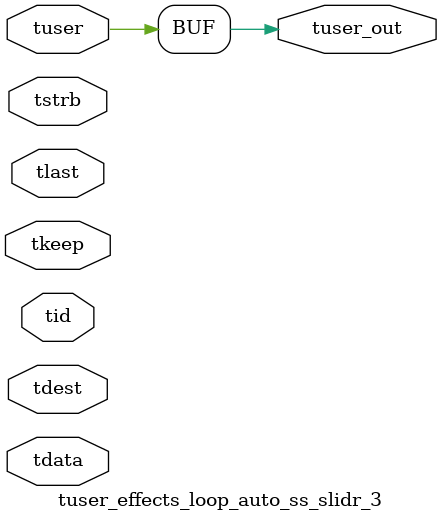
<source format=v>


`timescale 1ps/1ps

module tuser_effects_loop_auto_ss_slidr_3 #
(
parameter C_S_AXIS_TUSER_WIDTH = 1,
parameter C_S_AXIS_TDATA_WIDTH = 32,
parameter C_S_AXIS_TID_WIDTH   = 0,
parameter C_S_AXIS_TDEST_WIDTH = 0,
parameter C_M_AXIS_TUSER_WIDTH = 1
)
(
input  [(C_S_AXIS_TUSER_WIDTH == 0 ? 1 : C_S_AXIS_TUSER_WIDTH)-1:0     ] tuser,
input  [(C_S_AXIS_TDATA_WIDTH == 0 ? 1 : C_S_AXIS_TDATA_WIDTH)-1:0     ] tdata,
input  [(C_S_AXIS_TID_WIDTH   == 0 ? 1 : C_S_AXIS_TID_WIDTH)-1:0       ] tid,
input  [(C_S_AXIS_TDEST_WIDTH == 0 ? 1 : C_S_AXIS_TDEST_WIDTH)-1:0     ] tdest,
input  [(C_S_AXIS_TDATA_WIDTH/8)-1:0 ] tkeep,
input  [(C_S_AXIS_TDATA_WIDTH/8)-1:0 ] tstrb,
input                                                                    tlast,
output [C_M_AXIS_TUSER_WIDTH-1:0] tuser_out
);

assign tuser_out = {tuser[15:0]};

endmodule


</source>
